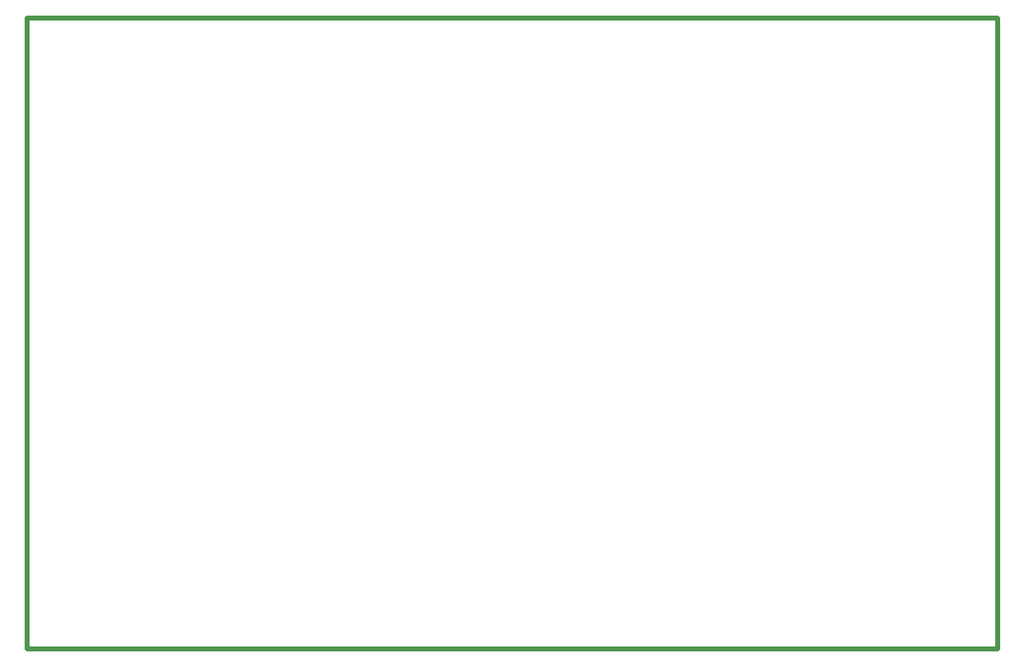
<source format=gbr>
%TF.GenerationSoftware,KiCad,Pcbnew,(5.1.4)-1*%
%TF.CreationDate,2021-05-17T23:16:04+08:00*%
%TF.ProjectId,power,706f7765-722e-46b6-9963-61645f706362,rev?*%
%TF.SameCoordinates,Original*%
%TF.FileFunction,Profile,NP*%
%FSLAX46Y46*%
G04 Gerber Fmt 4.6, Leading zero omitted, Abs format (unit mm)*
G04 Created by KiCad (PCBNEW (5.1.4)-1) date 2021-05-17 23:16:04*
%MOMM*%
%LPD*%
G04 APERTURE LIST*
%ADD10C,0.500000*%
G04 APERTURE END LIST*
D10*
X20000000Y-85000000D02*
X20000000Y-20000000D01*
X120000000Y-85000000D02*
X20000000Y-85000000D01*
X120000000Y-20000000D02*
X120000000Y-85000000D01*
X20000000Y-20000000D02*
X120000000Y-20000000D01*
M02*

</source>
